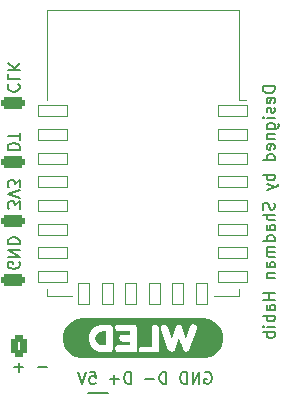
<source format=gbo>
%TF.GenerationSoftware,KiCad,Pcbnew,(6.0.0-0)*%
%TF.CreationDate,2022-10-20T15:52:38+11:00*%
%TF.ProjectId,WLED_Controller,574c4544-5f43-46f6-9e74-726f6c6c6572,rev?*%
%TF.SameCoordinates,Original*%
%TF.FileFunction,Legend,Bot*%
%TF.FilePolarity,Positive*%
%FSLAX46Y46*%
G04 Gerber Fmt 4.6, Leading zero omitted, Abs format (unit mm)*
G04 Created by KiCad (PCBNEW (6.0.0-0)) date 2022-10-20 15:52:38*
%MOMM*%
%LPD*%
G01*
G04 APERTURE LIST*
G04 Aperture macros list*
%AMRoundRect*
0 Rectangle with rounded corners*
0 $1 Rounding radius*
0 $2 $3 $4 $5 $6 $7 $8 $9 X,Y pos of 4 corners*
0 Add a 4 corners polygon primitive as box body*
4,1,4,$2,$3,$4,$5,$6,$7,$8,$9,$2,$3,0*
0 Add four circle primitives for the rounded corners*
1,1,$1+$1,$2,$3*
1,1,$1+$1,$4,$5*
1,1,$1+$1,$6,$7*
1,1,$1+$1,$8,$9*
0 Add four rect primitives between the rounded corners*
20,1,$1+$1,$2,$3,$4,$5,0*
20,1,$1+$1,$4,$5,$6,$7,0*
20,1,$1+$1,$6,$7,$8,$9,0*
20,1,$1+$1,$8,$9,$2,$3,0*%
G04 Aperture macros list end*
%ADD10C,0.153000*%
%ADD11C,0.120000*%
%ADD12RoundRect,0.300000X-0.350000X-0.625000X0.350000X-0.625000X0.350000X0.625000X-0.350000X0.625000X0*%
%ADD13O,1.300000X1.850000*%
%ADD14RoundRect,0.050000X0.850000X-0.850000X0.850000X0.850000X-0.850000X0.850000X-0.850000X-0.850000X0*%
%ADD15O,1.800000X1.800000*%
%ADD16RoundRect,0.300000X0.750000X-0.250000X0.750000X0.250000X-0.750000X0.250000X-0.750000X-0.250000X0*%
%ADD17RoundRect,0.050000X1.250000X0.500000X-1.250000X0.500000X-1.250000X-0.500000X1.250000X-0.500000X0*%
%ADD18RoundRect,0.050000X0.500000X0.900000X-0.500000X0.900000X-0.500000X-0.900000X0.500000X-0.900000X0*%
G04 APERTURE END LIST*
D10*
X73652380Y-101580952D02*
X72652380Y-101580952D01*
X72652380Y-101819047D01*
X72700000Y-101961904D01*
X72795238Y-102057142D01*
X72890476Y-102104761D01*
X73080952Y-102152380D01*
X73223809Y-102152380D01*
X73414285Y-102104761D01*
X73509523Y-102057142D01*
X73604761Y-101961904D01*
X73652380Y-101819047D01*
X73652380Y-101580952D01*
X73604761Y-102961904D02*
X73652380Y-102866666D01*
X73652380Y-102676190D01*
X73604761Y-102580952D01*
X73509523Y-102533333D01*
X73128571Y-102533333D01*
X73033333Y-102580952D01*
X72985714Y-102676190D01*
X72985714Y-102866666D01*
X73033333Y-102961904D01*
X73128571Y-103009523D01*
X73223809Y-103009523D01*
X73319047Y-102533333D01*
X73604761Y-103390476D02*
X73652380Y-103485714D01*
X73652380Y-103676190D01*
X73604761Y-103771428D01*
X73509523Y-103819047D01*
X73461904Y-103819047D01*
X73366666Y-103771428D01*
X73319047Y-103676190D01*
X73319047Y-103533333D01*
X73271428Y-103438095D01*
X73176190Y-103390476D01*
X73128571Y-103390476D01*
X73033333Y-103438095D01*
X72985714Y-103533333D01*
X72985714Y-103676190D01*
X73033333Y-103771428D01*
X73652380Y-104247619D02*
X72985714Y-104247619D01*
X72652380Y-104247619D02*
X72700000Y-104200000D01*
X72747619Y-104247619D01*
X72700000Y-104295238D01*
X72652380Y-104247619D01*
X72747619Y-104247619D01*
X72985714Y-105152380D02*
X73795238Y-105152380D01*
X73890476Y-105104761D01*
X73938095Y-105057142D01*
X73985714Y-104961904D01*
X73985714Y-104819047D01*
X73938095Y-104723809D01*
X73604761Y-105152380D02*
X73652380Y-105057142D01*
X73652380Y-104866666D01*
X73604761Y-104771428D01*
X73557142Y-104723809D01*
X73461904Y-104676190D01*
X73176190Y-104676190D01*
X73080952Y-104723809D01*
X73033333Y-104771428D01*
X72985714Y-104866666D01*
X72985714Y-105057142D01*
X73033333Y-105152380D01*
X72985714Y-105628571D02*
X73652380Y-105628571D01*
X73080952Y-105628571D02*
X73033333Y-105676190D01*
X72985714Y-105771428D01*
X72985714Y-105914285D01*
X73033333Y-106009523D01*
X73128571Y-106057142D01*
X73652380Y-106057142D01*
X73604761Y-106914285D02*
X73652380Y-106819047D01*
X73652380Y-106628571D01*
X73604761Y-106533333D01*
X73509523Y-106485714D01*
X73128571Y-106485714D01*
X73033333Y-106533333D01*
X72985714Y-106628571D01*
X72985714Y-106819047D01*
X73033333Y-106914285D01*
X73128571Y-106961904D01*
X73223809Y-106961904D01*
X73319047Y-106485714D01*
X73652380Y-107819047D02*
X72652380Y-107819047D01*
X73604761Y-107819047D02*
X73652380Y-107723809D01*
X73652380Y-107533333D01*
X73604761Y-107438095D01*
X73557142Y-107390476D01*
X73461904Y-107342857D01*
X73176190Y-107342857D01*
X73080952Y-107390476D01*
X73033333Y-107438095D01*
X72985714Y-107533333D01*
X72985714Y-107723809D01*
X73033333Y-107819047D01*
X73652380Y-109057142D02*
X72652380Y-109057142D01*
X73033333Y-109057142D02*
X72985714Y-109152380D01*
X72985714Y-109342857D01*
X73033333Y-109438095D01*
X73080952Y-109485714D01*
X73176190Y-109533333D01*
X73461904Y-109533333D01*
X73557142Y-109485714D01*
X73604761Y-109438095D01*
X73652380Y-109342857D01*
X73652380Y-109152380D01*
X73604761Y-109057142D01*
X72985714Y-109866666D02*
X73652380Y-110104761D01*
X72985714Y-110342857D02*
X73652380Y-110104761D01*
X73890476Y-110009523D01*
X73938095Y-109961904D01*
X73985714Y-109866666D01*
X73604761Y-111438095D02*
X73652380Y-111580952D01*
X73652380Y-111819047D01*
X73604761Y-111914285D01*
X73557142Y-111961904D01*
X73461904Y-112009523D01*
X73366666Y-112009523D01*
X73271428Y-111961904D01*
X73223809Y-111914285D01*
X73176190Y-111819047D01*
X73128571Y-111628571D01*
X73080952Y-111533333D01*
X73033333Y-111485714D01*
X72938095Y-111438095D01*
X72842857Y-111438095D01*
X72747619Y-111485714D01*
X72700000Y-111533333D01*
X72652380Y-111628571D01*
X72652380Y-111866666D01*
X72700000Y-112009523D01*
X73652380Y-112438095D02*
X72652380Y-112438095D01*
X73652380Y-112866666D02*
X73128571Y-112866666D01*
X73033333Y-112819047D01*
X72985714Y-112723809D01*
X72985714Y-112580952D01*
X73033333Y-112485714D01*
X73080952Y-112438095D01*
X73652380Y-113771428D02*
X73128571Y-113771428D01*
X73033333Y-113723809D01*
X72985714Y-113628571D01*
X72985714Y-113438095D01*
X73033333Y-113342857D01*
X73604761Y-113771428D02*
X73652380Y-113676190D01*
X73652380Y-113438095D01*
X73604761Y-113342857D01*
X73509523Y-113295238D01*
X73414285Y-113295238D01*
X73319047Y-113342857D01*
X73271428Y-113438095D01*
X73271428Y-113676190D01*
X73223809Y-113771428D01*
X73652380Y-114676190D02*
X72652380Y-114676190D01*
X73604761Y-114676190D02*
X73652380Y-114580952D01*
X73652380Y-114390476D01*
X73604761Y-114295238D01*
X73557142Y-114247619D01*
X73461904Y-114200000D01*
X73176190Y-114200000D01*
X73080952Y-114247619D01*
X73033333Y-114295238D01*
X72985714Y-114390476D01*
X72985714Y-114580952D01*
X73033333Y-114676190D01*
X73652380Y-115152380D02*
X72985714Y-115152380D01*
X73080952Y-115152380D02*
X73033333Y-115200000D01*
X72985714Y-115295238D01*
X72985714Y-115438095D01*
X73033333Y-115533333D01*
X73128571Y-115580952D01*
X73652380Y-115580952D01*
X73128571Y-115580952D02*
X73033333Y-115628571D01*
X72985714Y-115723809D01*
X72985714Y-115866666D01*
X73033333Y-115961904D01*
X73128571Y-116009523D01*
X73652380Y-116009523D01*
X73652380Y-116914285D02*
X73128571Y-116914285D01*
X73033333Y-116866666D01*
X72985714Y-116771428D01*
X72985714Y-116580952D01*
X73033333Y-116485714D01*
X73604761Y-116914285D02*
X73652380Y-116819047D01*
X73652380Y-116580952D01*
X73604761Y-116485714D01*
X73509523Y-116438095D01*
X73414285Y-116438095D01*
X73319047Y-116485714D01*
X73271428Y-116580952D01*
X73271428Y-116819047D01*
X73223809Y-116914285D01*
X72985714Y-117390476D02*
X73652380Y-117390476D01*
X73080952Y-117390476D02*
X73033333Y-117438095D01*
X72985714Y-117533333D01*
X72985714Y-117676190D01*
X73033333Y-117771428D01*
X73128571Y-117819047D01*
X73652380Y-117819047D01*
X73652380Y-119057142D02*
X72652380Y-119057142D01*
X73128571Y-119057142D02*
X73128571Y-119628571D01*
X73652380Y-119628571D02*
X72652380Y-119628571D01*
X73652380Y-120533333D02*
X73128571Y-120533333D01*
X73033333Y-120485714D01*
X72985714Y-120390476D01*
X72985714Y-120200000D01*
X73033333Y-120104761D01*
X73604761Y-120533333D02*
X73652380Y-120438095D01*
X73652380Y-120200000D01*
X73604761Y-120104761D01*
X73509523Y-120057142D01*
X73414285Y-120057142D01*
X73319047Y-120104761D01*
X73271428Y-120200000D01*
X73271428Y-120438095D01*
X73223809Y-120533333D01*
X73652380Y-121009523D02*
X72652380Y-121009523D01*
X73033333Y-121009523D02*
X72985714Y-121104761D01*
X72985714Y-121295238D01*
X73033333Y-121390476D01*
X73080952Y-121438095D01*
X73176190Y-121485714D01*
X73461904Y-121485714D01*
X73557142Y-121438095D01*
X73604761Y-121390476D01*
X73652380Y-121295238D01*
X73652380Y-121104761D01*
X73604761Y-121009523D01*
X73652380Y-121914285D02*
X72985714Y-121914285D01*
X72652380Y-121914285D02*
X72700000Y-121866666D01*
X72747619Y-121914285D01*
X72700000Y-121961904D01*
X72652380Y-121914285D01*
X72747619Y-121914285D01*
X73652380Y-122390476D02*
X72652380Y-122390476D01*
X73033333Y-122390476D02*
X72985714Y-122485714D01*
X72985714Y-122676190D01*
X73033333Y-122771428D01*
X73080952Y-122819047D01*
X73176190Y-122866666D01*
X73461904Y-122866666D01*
X73557142Y-122819047D01*
X73604761Y-122771428D01*
X73652380Y-122676190D01*
X73652380Y-122485714D01*
X73604761Y-122390476D01*
X51142857Y-101395238D02*
X51095238Y-101442857D01*
X51047619Y-101585714D01*
X51047619Y-101680952D01*
X51095238Y-101823809D01*
X51190476Y-101919047D01*
X51285714Y-101966666D01*
X51476190Y-102014285D01*
X51619047Y-102014285D01*
X51809523Y-101966666D01*
X51904761Y-101919047D01*
X52000000Y-101823809D01*
X52047619Y-101680952D01*
X52047619Y-101585714D01*
X52000000Y-101442857D01*
X51952380Y-101395238D01*
X51047619Y-100490476D02*
X51047619Y-100966666D01*
X52047619Y-100966666D01*
X51047619Y-100157142D02*
X52047619Y-100157142D01*
X51047619Y-99585714D02*
X51619047Y-100014285D01*
X52047619Y-99585714D02*
X51476190Y-100157142D01*
X51047619Y-106942857D02*
X52047619Y-106942857D01*
X52047619Y-106704761D01*
X52000000Y-106561904D01*
X51904761Y-106466666D01*
X51809523Y-106419047D01*
X51619047Y-106371428D01*
X51476190Y-106371428D01*
X51285714Y-106419047D01*
X51190476Y-106466666D01*
X51095238Y-106561904D01*
X51047619Y-106704761D01*
X51047619Y-106942857D01*
X52047619Y-106085714D02*
X52047619Y-105514285D01*
X51047619Y-105800000D02*
X52047619Y-105800000D01*
X52047619Y-111938095D02*
X52047619Y-111319047D01*
X51666666Y-111652380D01*
X51666666Y-111509523D01*
X51619047Y-111414285D01*
X51571428Y-111366666D01*
X51476190Y-111319047D01*
X51238095Y-111319047D01*
X51142857Y-111366666D01*
X51095238Y-111414285D01*
X51047619Y-111509523D01*
X51047619Y-111795238D01*
X51095238Y-111890476D01*
X51142857Y-111938095D01*
X52047619Y-111033333D02*
X51047619Y-110700000D01*
X52047619Y-110366666D01*
X52047619Y-110128571D02*
X52047619Y-109509523D01*
X51666666Y-109842857D01*
X51666666Y-109700000D01*
X51619047Y-109604761D01*
X51571428Y-109557142D01*
X51476190Y-109509523D01*
X51238095Y-109509523D01*
X51142857Y-109557142D01*
X51095238Y-109604761D01*
X51047619Y-109700000D01*
X51047619Y-109985714D01*
X51095238Y-110080952D01*
X51142857Y-110128571D01*
X52000000Y-116461904D02*
X52047619Y-116557142D01*
X52047619Y-116700000D01*
X52000000Y-116842857D01*
X51904761Y-116938095D01*
X51809523Y-116985714D01*
X51619047Y-117033333D01*
X51476190Y-117033333D01*
X51285714Y-116985714D01*
X51190476Y-116938095D01*
X51095238Y-116842857D01*
X51047619Y-116700000D01*
X51047619Y-116604761D01*
X51095238Y-116461904D01*
X51142857Y-116414285D01*
X51476190Y-116414285D01*
X51476190Y-116604761D01*
X51047619Y-115985714D02*
X52047619Y-115985714D01*
X51047619Y-115414285D01*
X52047619Y-115414285D01*
X51047619Y-114938095D02*
X52047619Y-114938095D01*
X52047619Y-114700000D01*
X52000000Y-114557142D01*
X51904761Y-114461904D01*
X51809523Y-114414285D01*
X51619047Y-114366666D01*
X51476190Y-114366666D01*
X51285714Y-114414285D01*
X51190476Y-114461904D01*
X51095238Y-114557142D01*
X51047619Y-114700000D01*
X51047619Y-114938095D01*
X54380952Y-125371428D02*
X53619047Y-125371428D01*
X52380952Y-125371428D02*
X51619047Y-125371428D01*
X52000000Y-125752380D02*
X52000000Y-124990476D01*
X67747619Y-125800000D02*
X67842857Y-125752380D01*
X67985714Y-125752380D01*
X68128571Y-125800000D01*
X68223809Y-125895238D01*
X68271428Y-125990476D01*
X68319047Y-126180952D01*
X68319047Y-126323809D01*
X68271428Y-126514285D01*
X68223809Y-126609523D01*
X68128571Y-126704761D01*
X67985714Y-126752380D01*
X67890476Y-126752380D01*
X67747619Y-126704761D01*
X67700000Y-126657142D01*
X67700000Y-126323809D01*
X67890476Y-126323809D01*
X67271428Y-126752380D02*
X67271428Y-125752380D01*
X66700000Y-126752380D01*
X66700000Y-125752380D01*
X66223809Y-126752380D02*
X66223809Y-125752380D01*
X65985714Y-125752380D01*
X65842857Y-125800000D01*
X65747619Y-125895238D01*
X65700000Y-125990476D01*
X65652380Y-126180952D01*
X65652380Y-126323809D01*
X65700000Y-126514285D01*
X65747619Y-126609523D01*
X65842857Y-126704761D01*
X65985714Y-126752380D01*
X66223809Y-126752380D01*
X64461904Y-126752380D02*
X64461904Y-125752380D01*
X64223809Y-125752380D01*
X64080952Y-125800000D01*
X63985714Y-125895238D01*
X63938095Y-125990476D01*
X63890476Y-126180952D01*
X63890476Y-126323809D01*
X63938095Y-126514285D01*
X63985714Y-126609523D01*
X64080952Y-126704761D01*
X64223809Y-126752380D01*
X64461904Y-126752380D01*
X63461904Y-126371428D02*
X62700000Y-126371428D01*
X61461904Y-126752380D02*
X61461904Y-125752380D01*
X61223809Y-125752380D01*
X61080952Y-125800000D01*
X60985714Y-125895238D01*
X60938095Y-125990476D01*
X60890476Y-126180952D01*
X60890476Y-126323809D01*
X60938095Y-126514285D01*
X60985714Y-126609523D01*
X61080952Y-126704761D01*
X61223809Y-126752380D01*
X61461904Y-126752380D01*
X60461904Y-126371428D02*
X59700000Y-126371428D01*
X60080952Y-126752380D02*
X60080952Y-125990476D01*
X57985714Y-125752380D02*
X58461904Y-125752380D01*
X58509523Y-126228571D01*
X58461904Y-126180952D01*
X58366666Y-126133333D01*
X58128571Y-126133333D01*
X58033333Y-126180952D01*
X57985714Y-126228571D01*
X57938095Y-126323809D01*
X57938095Y-126561904D01*
X57985714Y-126657142D01*
X58033333Y-126704761D01*
X58128571Y-126752380D01*
X58366666Y-126752380D01*
X58461904Y-126704761D01*
X58509523Y-126657142D01*
X57652380Y-125752380D02*
X57319047Y-126752380D01*
X56985714Y-125752380D01*
G36*
X67762567Y-121222325D02*
G01*
X67926212Y-121246599D01*
X68086690Y-121286797D01*
X68242455Y-121342531D01*
X68392007Y-121413264D01*
X68533906Y-121498315D01*
X68666786Y-121596865D01*
X68789366Y-121707965D01*
X68900466Y-121830544D01*
X68999016Y-121963424D01*
X69084067Y-122105323D01*
X69154800Y-122254875D01*
X69210533Y-122410640D01*
X69250731Y-122571118D01*
X69275005Y-122734763D01*
X69283123Y-122900000D01*
X69275005Y-123065237D01*
X69250731Y-123228882D01*
X69210533Y-123389360D01*
X69154800Y-123545125D01*
X69084067Y-123694677D01*
X68999016Y-123836576D01*
X68900466Y-123969456D01*
X68789366Y-124092035D01*
X68666786Y-124203135D01*
X68533906Y-124301685D01*
X68392007Y-124386736D01*
X68242455Y-124457469D01*
X68086690Y-124513203D01*
X67926212Y-124553401D01*
X67762567Y-124577675D01*
X67597330Y-124585793D01*
X57402670Y-124585793D01*
X57237433Y-124577675D01*
X57073788Y-124553401D01*
X56913310Y-124513203D01*
X56757545Y-124457469D01*
X56607993Y-124386736D01*
X56466094Y-124301685D01*
X56333214Y-124203135D01*
X56210634Y-124092035D01*
X56099534Y-123969456D01*
X56000984Y-123836576D01*
X55915933Y-123694677D01*
X55845200Y-123545125D01*
X55789467Y-123389360D01*
X55749269Y-123228882D01*
X55724995Y-123065237D01*
X55716877Y-122900000D01*
X55717189Y-122893650D01*
X57915300Y-122893650D01*
X57936632Y-123127112D01*
X58000628Y-123343309D01*
X58107288Y-123542243D01*
X58256613Y-123723913D01*
X58436298Y-123875320D01*
X58634041Y-123983469D01*
X58849841Y-124048358D01*
X59083700Y-124069988D01*
X59664725Y-124069988D01*
X59821888Y-124050144D01*
X59906025Y-123990613D01*
X59942934Y-123793763D01*
X60150500Y-123793763D01*
X60179869Y-123969975D01*
X60267975Y-124054113D01*
X60433075Y-124073163D01*
X61690375Y-124073163D01*
X61866588Y-124043000D01*
X61950725Y-123952513D01*
X61964359Y-123836625D01*
X62176150Y-123836625D01*
X62192025Y-123971563D01*
X62246000Y-124041413D01*
X62411100Y-124073163D01*
X63554100Y-124073163D01*
X63730313Y-124043000D01*
X63814450Y-123952513D01*
X63833500Y-123790588D01*
X63833500Y-122025287D01*
X63830739Y-121961787D01*
X64008125Y-121961787D01*
X64046225Y-122117362D01*
X64655825Y-123879488D01*
X64678050Y-123933463D01*
X64762188Y-124017600D01*
X64924113Y-124069988D01*
X65086038Y-124017600D01*
X65176525Y-123914412D01*
X65548000Y-122819037D01*
X65675127Y-123194704D01*
X65774568Y-123488582D01*
X65846323Y-123700672D01*
X65890392Y-123830974D01*
X65906775Y-123879488D01*
X65935350Y-123933463D01*
X65986150Y-123996963D01*
X66160775Y-124069988D01*
X66327463Y-124022363D01*
X66414775Y-123927113D01*
X66437000Y-123879488D01*
X67049775Y-122117362D01*
X67084700Y-121961787D01*
X67031519Y-121848281D01*
X66871975Y-121761762D01*
X66705288Y-121730012D01*
X66590988Y-121780812D01*
X66519550Y-121936387D01*
X66170300Y-122996838D01*
X65824225Y-121952262D01*
X65761519Y-121839550D01*
X65662300Y-121768112D01*
X65530538Y-121745887D01*
X65379725Y-121798275D01*
X65290825Y-121901462D01*
X64925700Y-123003188D01*
X64576450Y-121936387D01*
X64535175Y-121828437D01*
X64476438Y-121760175D01*
X64370075Y-121726837D01*
X64220850Y-121758587D01*
X64061306Y-121847487D01*
X64008125Y-121961787D01*
X63830739Y-121961787D01*
X63828738Y-121915750D01*
X63798575Y-121831612D01*
X63714438Y-121767319D01*
X63550925Y-121745887D01*
X63373919Y-121775256D01*
X63287400Y-121863362D01*
X63271525Y-122028462D01*
X63271525Y-123603263D01*
X62407925Y-123603263D01*
X62255525Y-123627075D01*
X62192025Y-123701688D01*
X62176150Y-123836625D01*
X61964359Y-123836625D01*
X61969775Y-123790588D01*
X61969775Y-122025287D01*
X61909450Y-121804625D01*
X61680850Y-121745887D01*
X60429900Y-121745887D01*
X60320363Y-121750650D01*
X60236225Y-121780812D01*
X60171931Y-121864950D01*
X60150500Y-122028462D01*
X60179869Y-122204675D01*
X60267975Y-122288812D01*
X60433075Y-122307862D01*
X61407800Y-122307862D01*
X61407800Y-122628537D01*
X60779150Y-122628537D01*
X60669613Y-122633300D01*
X60585475Y-122663462D01*
X60521181Y-122747600D01*
X60499750Y-122911113D01*
X60529913Y-123087325D01*
X60620400Y-123171463D01*
X60785500Y-123190513D01*
X61407800Y-123190513D01*
X61407800Y-123511188D01*
X60429900Y-123511188D01*
X60320363Y-123515950D01*
X60236225Y-123546113D01*
X60171931Y-123630250D01*
X60150500Y-123793763D01*
X59942934Y-123793763D01*
X59944125Y-123787413D01*
X59944125Y-122022112D01*
X59939363Y-121910987D01*
X59909200Y-121828437D01*
X59825063Y-121764144D01*
X59661550Y-121742712D01*
X59074175Y-121745887D01*
X58850933Y-121766624D01*
X58641581Y-121828834D01*
X58446120Y-121932518D01*
X58264550Y-122077675D01*
X58111753Y-122253094D01*
X58002613Y-122447562D01*
X57937128Y-122661081D01*
X57915300Y-122893650D01*
X55717189Y-122893650D01*
X55724995Y-122734763D01*
X55749269Y-122571118D01*
X55789467Y-122410640D01*
X55845200Y-122254875D01*
X55915933Y-122105323D01*
X56000984Y-121963424D01*
X56099534Y-121830544D01*
X56210634Y-121707965D01*
X56333214Y-121596865D01*
X56466094Y-121498315D01*
X56607993Y-121413264D01*
X56757545Y-121342531D01*
X56913310Y-121286797D01*
X57073788Y-121246599D01*
X57237433Y-121222325D01*
X57402670Y-121214207D01*
X67597330Y-121214207D01*
X67762567Y-121222325D01*
G37*
G36*
X59382150Y-123508013D02*
G01*
X59074175Y-123508013D01*
X58856688Y-123465547D01*
X58661425Y-123338150D01*
X58523313Y-123146459D01*
X58477275Y-122911113D01*
X58522122Y-122674972D01*
X58656663Y-122480900D01*
X58851528Y-122351122D01*
X59077350Y-122307862D01*
X59382150Y-122307862D01*
X59382150Y-123508013D01*
G37*
D11*
X54380000Y-118700000D02*
X54380000Y-119320000D01*
X70620000Y-102700000D02*
X71230000Y-102700000D01*
X54380000Y-95080000D02*
X54380000Y-102700000D01*
X70620000Y-95080000D02*
X54380000Y-95080000D01*
X68500000Y-119320000D02*
X70620000Y-119320000D01*
X70620000Y-102700000D02*
X70620000Y-95080000D01*
X54380000Y-119320000D02*
X56500000Y-119320000D01*
X70620000Y-119320000D02*
X70620000Y-118700000D01*
%LPC*%
D12*
X52000000Y-123550000D03*
D13*
X54000000Y-123550000D03*
D14*
X58700000Y-128400000D03*
D15*
X61240000Y-128400000D03*
X63780000Y-128400000D03*
X66320000Y-128400000D03*
D16*
X51500000Y-113000000D03*
X51500000Y-103000000D03*
D17*
X70100000Y-103700000D03*
X70100000Y-105700000D03*
X70100000Y-107700000D03*
X70100000Y-109700000D03*
X70100000Y-111700000D03*
X70100000Y-113700000D03*
X70100000Y-115700000D03*
X70100000Y-117700000D03*
D18*
X67500000Y-119200000D03*
X65500000Y-119200000D03*
X63500000Y-119200000D03*
X61500000Y-119200000D03*
X59500000Y-119200000D03*
X57500000Y-119200000D03*
D17*
X54900000Y-117700000D03*
X54900000Y-115700000D03*
X54900000Y-113700000D03*
X54900000Y-111700000D03*
X54900000Y-109700000D03*
X54900000Y-107700000D03*
X54900000Y-105700000D03*
X54900000Y-103700000D03*
D16*
X51500000Y-108000000D03*
X51500000Y-118000000D03*
M02*

</source>
